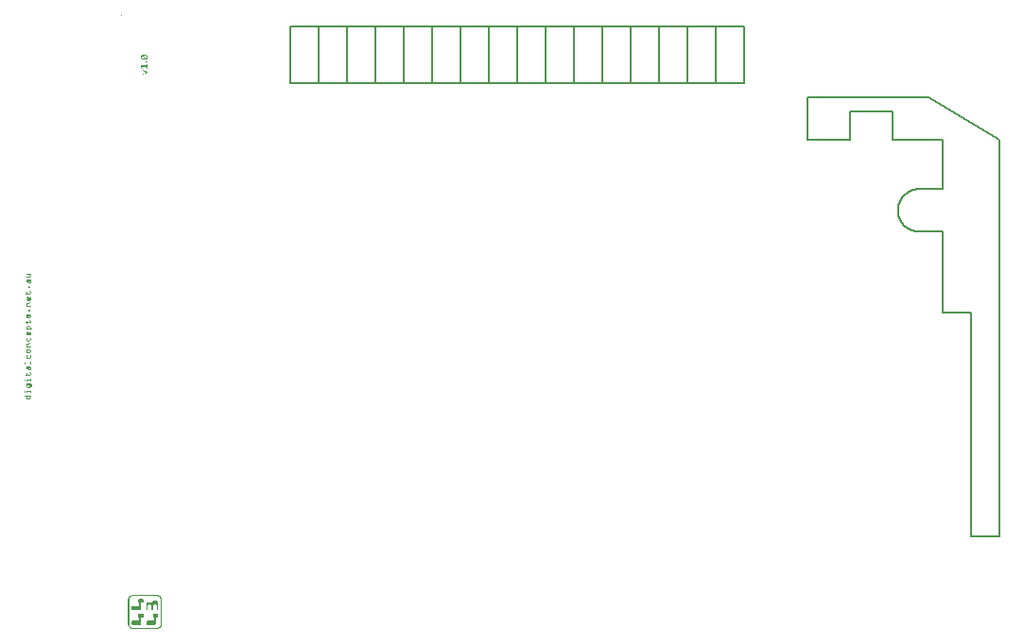
<source format=gbr>
G04 EAGLE Gerber RS-274X export*
G75*
%MOMM*%
%FSLAX34Y34*%
%LPD*%
%INSilkscreen Top*%
%IPPOS*%
%AMOC8*
5,1,8,0,0,1.08239X$1,22.5*%
G01*
%ADD10C,0.000000*%
%ADD11C,0.152400*%

G36*
X173445Y132842D02*
X173445Y132842D01*
X173447Y132840D01*
X173974Y132890D01*
X173978Y132894D01*
X173981Y132892D01*
X174495Y133016D01*
X174499Y133020D01*
X174502Y133018D01*
X174994Y133213D01*
X174997Y133218D01*
X175000Y133216D01*
X175459Y133480D01*
X175461Y133484D01*
X175465Y133483D01*
X175883Y133808D01*
X175884Y133813D01*
X175888Y133813D01*
X176257Y134192D01*
X176257Y134197D01*
X176261Y134198D01*
X176574Y134625D01*
X176573Y134630D01*
X176577Y134630D01*
X176827Y135097D01*
X176826Y135102D01*
X176830Y135103D01*
X177012Y135600D01*
X177010Y135605D01*
X177014Y135607D01*
X177124Y136125D01*
X177123Y136126D01*
X177122Y136128D01*
X177122Y136129D01*
X177125Y136131D01*
X177162Y136659D01*
X177160Y136662D01*
X177162Y136663D01*
X177162Y159010D01*
X177161Y159011D01*
X177162Y159012D01*
X177136Y159541D01*
X177133Y159545D01*
X177135Y159548D01*
X177037Y160068D01*
X177033Y160071D01*
X177035Y160075D01*
X176863Y160575D01*
X176859Y160578D01*
X176861Y160582D01*
X176620Y161053D01*
X176616Y161055D01*
X176617Y161059D01*
X176320Y161482D01*
X176308Y161486D01*
X176310Y161492D01*
X176298Y161495D01*
X176300Y161507D01*
X175947Y161884D01*
X175942Y161885D01*
X175942Y161889D01*
X175531Y162222D01*
X175525Y162222D01*
X175525Y162226D01*
X175071Y162498D01*
X175066Y162497D01*
X175065Y162501D01*
X174577Y162707D01*
X174572Y162706D01*
X174571Y162709D01*
X174071Y162841D01*
X174049Y162832D01*
X174041Y162847D01*
X173555Y162911D01*
X173551Y162909D01*
X173549Y162912D01*
X150772Y162909D01*
X150769Y162907D01*
X150767Y162909D01*
X150240Y162854D01*
X150236Y162850D01*
X150233Y162852D01*
X149720Y162724D01*
X149717Y162719D01*
X149713Y162721D01*
X149223Y162522D01*
X149221Y162517D01*
X149217Y162519D01*
X148760Y162252D01*
X148758Y162247D01*
X148754Y162248D01*
X148339Y161921D01*
X148337Y161915D01*
X148334Y161916D01*
X147968Y161533D01*
X147967Y161528D01*
X147963Y161528D01*
X147655Y161098D01*
X147655Y161093D01*
X147651Y161092D01*
X147406Y160623D01*
X147407Y160618D01*
X147403Y160617D01*
X147227Y160118D01*
X147229Y160113D01*
X147225Y160111D01*
X147121Y159592D01*
X147123Y159587D01*
X147120Y159585D01*
X147089Y159057D01*
X147090Y159055D01*
X147089Y159054D01*
X147089Y136807D01*
X147090Y136805D01*
X147089Y136805D01*
X147108Y136276D01*
X147112Y136272D01*
X147109Y136269D01*
X147200Y135748D01*
X147204Y135744D01*
X147201Y135741D01*
X147364Y135237D01*
X147368Y135234D01*
X147367Y135231D01*
X147599Y134755D01*
X147603Y134753D01*
X147602Y134749D01*
X147898Y134311D01*
X147903Y134309D01*
X147902Y134305D01*
X148257Y133912D01*
X148262Y133911D01*
X148262Y133907D01*
X148667Y133567D01*
X148673Y133567D01*
X148673Y133563D01*
X149122Y133283D01*
X149127Y133284D01*
X149128Y133280D01*
X149612Y133065D01*
X149617Y133067D01*
X149618Y133063D01*
X150128Y132919D01*
X150132Y132921D01*
X150134Y132918D01*
X150659Y132847D01*
X150663Y132850D01*
X150665Y132847D01*
X173442Y132840D01*
X173445Y132842D01*
G37*
%LPC*%
G36*
X150777Y133875D02*
X150777Y133875D01*
X150261Y133948D01*
X149769Y134116D01*
X149318Y134373D01*
X148921Y134709D01*
X148593Y135112D01*
X148345Y135568D01*
X148187Y136063D01*
X148123Y136580D01*
X148122Y158824D01*
X148133Y159349D01*
X148227Y159861D01*
X148416Y160345D01*
X148692Y160785D01*
X149044Y161167D01*
X149461Y161477D01*
X149929Y161703D01*
X150431Y161838D01*
X150952Y161879D01*
X173196Y161879D01*
X173719Y161854D01*
X174226Y161737D01*
X174701Y161528D01*
X175129Y161233D01*
X175490Y160871D01*
X175496Y160870D01*
X175495Y160868D01*
X175503Y160866D01*
X175500Y160859D01*
X175788Y160435D01*
X175995Y159959D01*
X176110Y159452D01*
X176132Y158928D01*
X176132Y136684D01*
X176087Y136164D01*
X175947Y135664D01*
X175716Y135198D01*
X175403Y134783D01*
X175019Y134433D01*
X174577Y134159D01*
X174092Y133973D01*
X173580Y133881D01*
X151338Y133872D01*
X150777Y133875D01*
G37*
%LPD*%
G36*
X171219Y136191D02*
X171219Y136191D01*
X171232Y136189D01*
X171637Y136563D01*
X171641Y136586D01*
X171652Y136593D01*
X171719Y137170D01*
X171717Y137174D01*
X171719Y137176D01*
X171719Y141843D01*
X171752Y142407D01*
X172055Y142823D01*
X172611Y142859D01*
X173193Y142861D01*
X173205Y142870D01*
X173214Y142866D01*
X173718Y143106D01*
X173731Y143132D01*
X173744Y143137D01*
X173905Y143688D01*
X173902Y143696D01*
X173905Y143698D01*
X173903Y143700D01*
X173907Y143702D01*
X173902Y145452D01*
X173899Y145456D01*
X173902Y145458D01*
X173831Y146035D01*
X173815Y146051D01*
X173816Y146064D01*
X173409Y146458D01*
X173384Y146461D01*
X173380Y146466D01*
X173376Y146472D01*
X172793Y146482D01*
X172792Y146482D01*
X169875Y146472D01*
X169866Y146465D01*
X169858Y146459D01*
X169847Y146462D01*
X169392Y146132D01*
X169386Y146110D01*
X169374Y146105D01*
X169216Y145548D01*
X169216Y145547D01*
X169217Y145545D01*
X169219Y145539D01*
X169214Y145535D01*
X169208Y144369D01*
X169209Y144367D01*
X169208Y144367D01*
X169226Y143784D01*
X169233Y143776D01*
X169229Y143770D01*
X169407Y143220D01*
X169426Y143207D01*
X169427Y143194D01*
X169898Y142889D01*
X170293Y142543D01*
X170326Y141984D01*
X170326Y140820D01*
X170296Y140259D01*
X169934Y139898D01*
X169372Y139882D01*
X164122Y139870D01*
X164103Y139855D01*
X164090Y139858D01*
X163672Y139507D01*
X163668Y139493D01*
X163664Y139489D01*
X163667Y139485D01*
X163666Y139483D01*
X163655Y139477D01*
X163567Y138906D01*
X163569Y138901D01*
X163566Y138898D01*
X163570Y137148D01*
X163575Y137141D01*
X163571Y137136D01*
X163712Y136575D01*
X163730Y136561D01*
X163729Y136548D01*
X164169Y136209D01*
X164191Y136209D01*
X164199Y136199D01*
X171199Y136176D01*
X171219Y136191D01*
G37*
G36*
X158103Y149281D02*
X158103Y149281D01*
X158117Y149279D01*
X158515Y149661D01*
X158519Y149685D01*
X158530Y149692D01*
X158584Y150271D01*
X158583Y150274D01*
X158585Y150275D01*
X158585Y154939D01*
X158623Y155502D01*
X158933Y155914D01*
X159488Y155953D01*
X160070Y155955D01*
X160080Y155963D01*
X160083Y155963D01*
X160090Y155959D01*
X160596Y156192D01*
X160611Y156219D01*
X160623Y156224D01*
X160776Y156778D01*
X160773Y156785D01*
X160776Y156787D01*
X160774Y156789D01*
X160777Y156791D01*
X160773Y158541D01*
X160770Y158544D01*
X160773Y158547D01*
X160699Y159122D01*
X160682Y159139D01*
X160683Y159152D01*
X160267Y159530D01*
X160243Y159532D01*
X160235Y159542D01*
X159653Y159556D01*
X159652Y159555D01*
X159651Y159556D01*
X156736Y159543D01*
X156719Y159530D01*
X156707Y159533D01*
X156256Y159196D01*
X156252Y159180D01*
X156248Y159177D01*
X156250Y159175D01*
X156238Y159170D01*
X156089Y158610D01*
X156093Y158602D01*
X156087Y158598D01*
X156082Y157432D01*
X156083Y157431D01*
X156082Y157430D01*
X156102Y156848D01*
X156109Y156840D01*
X156105Y156834D01*
X156285Y156286D01*
X156304Y156272D01*
X156306Y156259D01*
X156785Y155965D01*
X157172Y155614D01*
X157203Y155054D01*
X157203Y153891D01*
X157173Y153331D01*
X156804Y152977D01*
X156242Y152961D01*
X150994Y152953D01*
X150974Y152938D01*
X150961Y152941D01*
X150547Y152584D01*
X150541Y152561D01*
X150530Y152554D01*
X150446Y151983D01*
X150448Y151978D01*
X150445Y151976D01*
X150449Y150226D01*
X150455Y150219D01*
X150451Y150214D01*
X150592Y149655D01*
X150610Y149640D01*
X150610Y149627D01*
X151057Y149300D01*
X151079Y149300D01*
X151086Y149290D01*
X157501Y149280D01*
X158081Y149265D01*
X158103Y149281D01*
G37*
G36*
X158103Y136207D02*
X158103Y136207D01*
X158116Y136205D01*
X158515Y136583D01*
X158519Y136608D01*
X158531Y136615D01*
X158584Y137193D01*
X158583Y137196D01*
X158585Y137198D01*
X158585Y141861D01*
X158624Y142424D01*
X158935Y142836D01*
X159491Y142871D01*
X160072Y142872D01*
X160085Y142882D01*
X160094Y142877D01*
X160596Y143118D01*
X160609Y143144D01*
X160622Y143149D01*
X160778Y143702D01*
X160775Y143711D01*
X160778Y143713D01*
X160777Y143714D01*
X160780Y143716D01*
X160776Y145465D01*
X160773Y145468D01*
X160776Y145471D01*
X160705Y146046D01*
X160688Y146064D01*
X160689Y146077D01*
X160271Y146451D01*
X160247Y146453D01*
X160239Y146464D01*
X159656Y146474D01*
X159656Y146473D01*
X159655Y146474D01*
X156741Y146461D01*
X156724Y146448D01*
X156712Y146452D01*
X156259Y146118D01*
X156252Y146095D01*
X156241Y146091D01*
X156092Y145531D01*
X156096Y145523D01*
X156090Y145519D01*
X156085Y144353D01*
X156086Y144352D01*
X156085Y144351D01*
X156103Y143769D01*
X156109Y143761D01*
X156105Y143755D01*
X156284Y143206D01*
X156303Y143193D01*
X156304Y143180D01*
X156780Y142880D01*
X157173Y142530D01*
X157203Y141971D01*
X157203Y140807D01*
X157174Y140247D01*
X156807Y139892D01*
X156245Y139876D01*
X150998Y139867D01*
X150979Y139852D01*
X150966Y139855D01*
X150549Y139504D01*
X150544Y139480D01*
X150532Y139474D01*
X150446Y138903D01*
X150448Y138898D01*
X150445Y138896D01*
X150449Y137147D01*
X150455Y137140D01*
X150451Y137135D01*
X150592Y136575D01*
X150610Y136560D01*
X150610Y136547D01*
X151058Y136220D01*
X151080Y136220D01*
X151087Y136210D01*
X158082Y136192D01*
X158103Y136207D01*
G37*
G36*
X168883Y149236D02*
X168883Y149236D01*
X168890Y149235D01*
X169251Y149675D01*
X169252Y149689D01*
X169261Y149696D01*
X169261Y149697D01*
X169374Y150267D01*
X169371Y150274D01*
X169375Y150277D01*
X169376Y153198D01*
X169411Y153766D01*
X169697Y154204D01*
X170254Y154222D01*
X171423Y154222D01*
X171993Y154218D01*
X172428Y153940D01*
X172562Y153402D01*
X172570Y150485D01*
X172571Y150484D01*
X172570Y150483D01*
X172601Y149900D01*
X172610Y149890D01*
X172606Y149882D01*
X172855Y149361D01*
X172885Y149345D01*
X172892Y149334D01*
X173420Y149245D01*
X173461Y149267D01*
X173469Y149267D01*
X173775Y149753D01*
X173773Y149770D01*
X173782Y149775D01*
X173832Y150355D01*
X173830Y150358D01*
X173832Y150360D01*
X173825Y156790D01*
X173821Y156795D01*
X173824Y156798D01*
X173728Y157373D01*
X173714Y157387D01*
X173716Y157398D01*
X173339Y157822D01*
X173313Y157828D01*
X173306Y157839D01*
X172725Y157877D01*
X172722Y157875D01*
X172721Y157877D01*
X169214Y157865D01*
X169194Y157850D01*
X169182Y157852D01*
X168767Y157481D01*
X168763Y157464D01*
X168758Y157460D01*
X168752Y157458D01*
X168589Y156899D01*
X168403Y156372D01*
X167922Y156189D01*
X164423Y156188D01*
X164416Y156183D01*
X164411Y156187D01*
X163856Y156053D01*
X163837Y156029D01*
X163824Y156027D01*
X163566Y155516D01*
X163569Y155502D01*
X163561Y155496D01*
X163540Y154912D01*
X163541Y154911D01*
X163540Y154910D01*
X163545Y150234D01*
X163550Y150226D01*
X163546Y150221D01*
X163695Y149660D01*
X163714Y149646D01*
X163714Y149633D01*
X164161Y149307D01*
X164218Y149308D01*
X164220Y149307D01*
X164660Y149638D01*
X164666Y149658D01*
X164678Y149662D01*
X164860Y150211D01*
X164856Y150222D01*
X164862Y150227D01*
X164871Y153148D01*
X164895Y153720D01*
X165140Y154188D01*
X165689Y154227D01*
X167430Y154227D01*
X167896Y154009D01*
X168023Y153474D01*
X168035Y150557D01*
X168036Y150555D01*
X168035Y150554D01*
X168069Y149972D01*
X168077Y149963D01*
X168073Y149955D01*
X168298Y149422D01*
X168323Y149407D01*
X168327Y149394D01*
X168836Y149220D01*
X168883Y149236D01*
G37*
G36*
X161993Y642798D02*
X161993Y642798D01*
X161995Y642797D01*
X162525Y642833D01*
X162528Y642835D01*
X162530Y642833D01*
X163054Y642921D01*
X163057Y642924D01*
X163060Y642922D01*
X163568Y643077D01*
X163572Y643082D01*
X163576Y643080D01*
X164050Y643318D01*
X164054Y643326D01*
X164060Y643324D01*
X164462Y643669D01*
X164464Y643679D01*
X164472Y643680D01*
X164757Y644125D01*
X164757Y644136D01*
X164763Y644138D01*
X164912Y644647D01*
X164910Y644653D01*
X164913Y644655D01*
X164911Y644657D01*
X164914Y644658D01*
X164937Y645175D01*
X164937Y645176D01*
X164927Y645190D01*
X164932Y645196D01*
X164933Y645197D01*
X164932Y645197D01*
X164936Y645200D01*
X164929Y645205D01*
X164935Y645211D01*
X164848Y645722D01*
X164841Y645728D01*
X164844Y645734D01*
X164617Y646213D01*
X164608Y646218D01*
X164610Y646225D01*
X164261Y646624D01*
X164252Y646625D01*
X164252Y646632D01*
X163813Y646930D01*
X163806Y646930D01*
X163805Y646935D01*
X163318Y647147D01*
X163312Y647145D01*
X163311Y647149D01*
X162796Y647280D01*
X162793Y647279D01*
X162792Y647279D01*
X162791Y647281D01*
X162264Y647352D01*
X162261Y647351D01*
X162260Y647353D01*
X161729Y647376D01*
X161726Y647374D01*
X161725Y647376D01*
X161200Y647359D01*
X161197Y647357D01*
X161196Y647359D01*
X160668Y647299D01*
X160665Y647296D01*
X160662Y647298D01*
X160145Y647178D01*
X160141Y647174D01*
X160138Y647176D01*
X159644Y646981D01*
X159640Y646975D01*
X159636Y646977D01*
X159190Y646689D01*
X159186Y646680D01*
X159180Y646681D01*
X158825Y646288D01*
X158824Y646277D01*
X158817Y646275D01*
X158600Y645792D01*
X158602Y645783D01*
X158596Y645779D01*
X158514Y645256D01*
X158518Y645249D01*
X158514Y645245D01*
X158545Y644728D01*
X158554Y644717D01*
X158550Y644713D01*
X158560Y644703D01*
X158552Y644692D01*
X158704Y644197D01*
X158712Y644191D01*
X158710Y644185D01*
X159000Y643742D01*
X159009Y643739D01*
X159009Y643732D01*
X159406Y643381D01*
X159414Y643380D01*
X159415Y643374D01*
X159882Y643122D01*
X159888Y643123D01*
X159890Y643118D01*
X160394Y642952D01*
X160399Y642954D01*
X160400Y642950D01*
X160922Y642850D01*
X160925Y642851D01*
X160926Y642849D01*
X161456Y642800D01*
X161458Y642801D01*
X161460Y642799D01*
X161991Y642797D01*
X161993Y642798D01*
G37*
G36*
X61209Y400815D02*
X61209Y400815D01*
X61236Y400836D01*
X61250Y400836D01*
X61524Y401231D01*
X61521Y401290D01*
X61513Y401290D01*
X61513Y401298D01*
X61127Y401594D01*
X61105Y401594D01*
X61098Y401604D01*
X60038Y401608D01*
X59797Y401678D01*
X60083Y402033D01*
X60083Y402049D01*
X60093Y402053D01*
X60207Y402568D01*
X60201Y402581D01*
X60208Y402587D01*
X60117Y403108D01*
X60105Y403119D01*
X60108Y403128D01*
X59801Y403561D01*
X59797Y403562D01*
X59798Y403564D01*
X59446Y403965D01*
X59438Y403967D01*
X59438Y403972D01*
X59017Y404287D01*
X58999Y404287D01*
X58994Y404297D01*
X58470Y404368D01*
X58466Y404366D01*
X58463Y404369D01*
X57396Y404365D01*
X57386Y404357D01*
X57379Y404362D01*
X56886Y404172D01*
X56878Y404160D01*
X56869Y404161D01*
X56496Y403781D01*
X56496Y403779D01*
X56494Y403779D01*
X56146Y403375D01*
X56145Y403365D01*
X56139Y403364D01*
X55910Y402890D01*
X55910Y402887D01*
X55909Y402886D01*
X55911Y402883D01*
X55913Y402874D01*
X55905Y402868D01*
X55909Y402350D01*
X55920Y402336D01*
X55915Y402331D01*
X55927Y402320D01*
X55919Y402305D01*
X56141Y401841D01*
X56144Y401840D01*
X56143Y401838D01*
X56290Y401577D01*
X55918Y401337D01*
X55912Y401320D01*
X55899Y401310D01*
X55905Y401302D01*
X55904Y401298D01*
X55896Y401290D01*
X55920Y401074D01*
X55944Y401048D01*
X55947Y401035D01*
X56386Y400810D01*
X56402Y400812D01*
X56409Y400804D01*
X61209Y400815D01*
G37*
G36*
X58658Y338386D02*
X58658Y338386D01*
X58663Y338390D01*
X58666Y338387D01*
X59180Y338473D01*
X59192Y338486D01*
X59202Y338483D01*
X59612Y338804D01*
X59614Y338813D01*
X59621Y338813D01*
X59934Y339233D01*
X59934Y339248D01*
X59943Y339252D01*
X60047Y339764D01*
X60044Y339771D01*
X60048Y339774D01*
X60044Y340300D01*
X60037Y340309D01*
X60042Y340315D01*
X59886Y340812D01*
X59877Y340818D01*
X59879Y340825D01*
X59643Y341163D01*
X60009Y341392D01*
X60020Y341419D01*
X60028Y341425D01*
X60024Y341430D01*
X60030Y341447D01*
X60024Y341450D01*
X60027Y341456D01*
X59811Y341884D01*
X59775Y341901D01*
X59768Y341911D01*
X59244Y341928D01*
X59243Y341927D01*
X59243Y341928D01*
X55032Y341927D01*
X55017Y341915D01*
X55006Y341919D01*
X54603Y341662D01*
X54587Y341619D01*
X54580Y341613D01*
X54620Y341368D01*
X54647Y341343D01*
X54650Y341330D01*
X55106Y341144D01*
X55115Y341146D01*
X55118Y341143D01*
X55122Y341143D01*
X55125Y341140D01*
X56169Y341136D01*
X56397Y341053D01*
X56135Y340677D01*
X56136Y340669D01*
X56129Y340664D01*
X56133Y340660D01*
X56127Y340657D01*
X56050Y340152D01*
X56058Y340138D01*
X56048Y340129D01*
X56053Y340125D01*
X56049Y340122D01*
X56050Y340121D01*
X56048Y340120D01*
X56053Y339606D01*
X56061Y339596D01*
X56056Y339589D01*
X56238Y339102D01*
X56249Y339095D01*
X56247Y339087D01*
X56590Y338688D01*
X56602Y338685D01*
X56603Y338677D01*
X57058Y338424D01*
X57073Y338427D01*
X57079Y338418D01*
X57602Y338385D01*
X57604Y338387D01*
X57605Y338385D01*
X58658Y338386D01*
G37*
G36*
X159536Y634890D02*
X159536Y634890D01*
X159542Y634887D01*
X160025Y635096D01*
X160042Y635126D01*
X160054Y635131D01*
X160128Y635483D01*
X160117Y635504D01*
X160123Y635516D01*
X159662Y636370D01*
X163851Y636370D01*
X163872Y636274D01*
X163872Y635226D01*
X163908Y635179D01*
X163909Y635180D01*
X163910Y635178D01*
X164337Y635078D01*
X164340Y635080D01*
X164353Y635080D01*
X164362Y635087D01*
X164371Y635083D01*
X164713Y635268D01*
X164729Y635304D01*
X164739Y635311D01*
X164739Y638997D01*
X164703Y639044D01*
X164695Y639039D01*
X164690Y639046D01*
X164166Y639049D01*
X164143Y639032D01*
X164129Y639033D01*
X163879Y638757D01*
X163878Y638745D01*
X163868Y638738D01*
X163874Y638730D01*
X163866Y638724D01*
X163866Y637715D01*
X163434Y637673D01*
X158697Y637673D01*
X158669Y637651D01*
X158656Y637651D01*
X158446Y637334D01*
X158447Y637314D01*
X158441Y637309D01*
X158443Y637306D01*
X158438Y637302D01*
X158492Y636788D01*
X158501Y636779D01*
X158498Y636770D01*
X159479Y634909D01*
X159533Y634884D01*
X159536Y634890D01*
G37*
G36*
X58150Y348791D02*
X58150Y348791D01*
X58151Y348792D01*
X58152Y348791D01*
X58681Y348818D01*
X58693Y348827D01*
X58701Y348823D01*
X59167Y349067D01*
X59172Y349079D01*
X59181Y349079D01*
X59524Y349483D01*
X59525Y349495D01*
X59533Y349497D01*
X59730Y349984D01*
X59726Y349996D01*
X59733Y350001D01*
X59746Y350531D01*
X59742Y350537D01*
X59745Y350540D01*
X59660Y351060D01*
X59649Y351071D01*
X59652Y351080D01*
X59386Y351459D01*
X59612Y351539D01*
X60122Y351540D01*
X60534Y351311D01*
X60710Y350864D01*
X60714Y349812D01*
X60717Y349807D01*
X60714Y349804D01*
X60795Y349293D01*
X60838Y349252D01*
X60838Y349253D01*
X60839Y349252D01*
X61316Y349206D01*
X61366Y349237D01*
X61365Y349240D01*
X61368Y349242D01*
X61504Y349729D01*
X61501Y349738D01*
X61506Y349743D01*
X61507Y350804D01*
X61504Y350807D01*
X61507Y350810D01*
X61450Y351334D01*
X61439Y351345D01*
X61443Y351355D01*
X61163Y351801D01*
X61155Y351804D01*
X61156Y351810D01*
X60775Y352177D01*
X60758Y352179D01*
X60755Y352188D01*
X60251Y352334D01*
X60243Y352331D01*
X60240Y352335D01*
X60238Y352335D01*
X60237Y352336D01*
X56521Y352337D01*
X56520Y352335D01*
X56519Y352335D01*
X56507Y352326D01*
X56497Y352331D01*
X56070Y352091D01*
X56055Y352057D01*
X56050Y352053D01*
X56052Y352051D01*
X56046Y352036D01*
X56053Y352033D01*
X56049Y352026D01*
X56259Y351599D01*
X56317Y351374D01*
X56076Y350929D01*
X56077Y350924D01*
X56073Y350920D01*
X56078Y350914D01*
X56071Y350909D01*
X56035Y350381D01*
X56063Y350339D01*
X56064Y350333D01*
X56766Y350024D01*
X56770Y350025D01*
X56773Y350022D01*
X56780Y350027D01*
X56785Y350021D01*
X56786Y350021D01*
X56802Y350033D01*
X56824Y350038D01*
X56821Y350048D01*
X56833Y350057D01*
X56827Y350064D01*
X56835Y350070D01*
X56828Y350589D01*
X57052Y351027D01*
X57384Y351414D01*
X57847Y351539D01*
X58332Y351473D01*
X58671Y351093D01*
X58949Y350673D01*
X58951Y350170D01*
X58718Y349750D01*
X58273Y349586D01*
X57242Y349599D01*
X56889Y349960D01*
X56866Y349963D01*
X56859Y349974D01*
X56094Y350058D01*
X56088Y350055D01*
X56083Y350058D01*
X56077Y350048D01*
X56043Y350027D01*
X56054Y350009D01*
X56042Y349990D01*
X56238Y349502D01*
X56248Y349496D01*
X56246Y349488D01*
X56592Y349086D01*
X56604Y349083D01*
X56606Y349075D01*
X57068Y348826D01*
X57083Y348828D01*
X57088Y348820D01*
X57616Y348789D01*
X57618Y348791D01*
X57619Y348789D01*
X58150Y348791D01*
G37*
G36*
X59163Y364419D02*
X59163Y364419D01*
X59174Y364429D01*
X59183Y364424D01*
X59651Y364665D01*
X59658Y364680D01*
X59669Y364681D01*
X59959Y365106D01*
X59958Y365125D01*
X59967Y365127D01*
X59962Y365143D01*
X59976Y365151D01*
X60036Y365662D01*
X60035Y365665D01*
X60034Y365666D01*
X60037Y365668D01*
X60036Y366201D01*
X60033Y366204D01*
X60036Y366206D01*
X59976Y366726D01*
X59966Y366737D01*
X59970Y366745D01*
X59725Y367176D01*
X60032Y367497D01*
X60038Y367556D01*
X60032Y367557D01*
X60033Y367563D01*
X59717Y367922D01*
X59687Y367929D01*
X59679Y367939D01*
X57018Y367843D01*
X57009Y367836D01*
X57002Y367840D01*
X56510Y367652D01*
X56500Y367637D01*
X56489Y367638D01*
X56149Y367236D01*
X56148Y367225D01*
X56140Y367219D01*
X56142Y367216D01*
X56138Y367214D01*
X56036Y366697D01*
X56040Y366691D01*
X56036Y366688D01*
X56035Y366155D01*
X56034Y365704D01*
X56039Y365697D01*
X56035Y365692D01*
X56159Y365203D01*
X56206Y365166D01*
X56209Y365171D01*
X56213Y365167D01*
X56691Y365230D01*
X56732Y365270D01*
X56733Y365271D01*
X56813Y365783D01*
X56810Y365788D01*
X56813Y365790D01*
X56824Y366827D01*
X57195Y367062D01*
X57502Y366962D01*
X57484Y366469D01*
X57485Y366468D01*
X57484Y366467D01*
X57484Y365402D01*
X57492Y365392D01*
X57488Y365385D01*
X57674Y364891D01*
X57689Y364882D01*
X57688Y364872D01*
X58083Y364522D01*
X58101Y364521D01*
X58105Y364511D01*
X58619Y364399D01*
X58628Y364403D01*
X58632Y364398D01*
X59163Y364419D01*
G37*
G36*
X59156Y442471D02*
X59156Y442471D01*
X59167Y442481D01*
X59176Y442476D01*
X59648Y442712D01*
X59656Y442727D01*
X59667Y442728D01*
X59959Y443152D01*
X59958Y443171D01*
X59966Y443173D01*
X59962Y443189D01*
X59976Y443197D01*
X60036Y443710D01*
X60034Y443713D01*
X60037Y443715D01*
X60036Y444249D01*
X60033Y444252D01*
X60035Y444254D01*
X59976Y444776D01*
X59966Y444786D01*
X59969Y444795D01*
X59723Y445225D01*
X60030Y445537D01*
X60038Y445596D01*
X60031Y445597D01*
X60033Y445603D01*
X59727Y445973D01*
X59695Y445981D01*
X59687Y445991D01*
X58088Y445938D01*
X58087Y445937D01*
X58087Y445938D01*
X57022Y445883D01*
X57013Y445876D01*
X57007Y445880D01*
X56512Y445699D01*
X56502Y445684D01*
X56491Y445685D01*
X56149Y445284D01*
X56148Y445274D01*
X56144Y445271D01*
X56148Y445266D01*
X56138Y445261D01*
X56036Y444744D01*
X56040Y444738D01*
X56036Y444735D01*
X56035Y444201D01*
X56034Y443755D01*
X56039Y443748D01*
X56035Y443743D01*
X56157Y443252D01*
X56203Y443214D01*
X56207Y443219D01*
X56210Y443215D01*
X56687Y443270D01*
X56730Y443311D01*
X56813Y443825D01*
X56810Y443830D01*
X56813Y443833D01*
X56821Y444873D01*
X57190Y445115D01*
X57506Y445024D01*
X57490Y443463D01*
X57498Y443453D01*
X57493Y443446D01*
X57667Y442948D01*
X57682Y442938D01*
X57681Y442927D01*
X58074Y442575D01*
X58091Y442574D01*
X58096Y442564D01*
X58611Y442452D01*
X58620Y442456D01*
X58624Y442451D01*
X59156Y442471D01*
G37*
G36*
X58837Y395604D02*
X58837Y395604D01*
X58843Y395599D01*
X59342Y395771D01*
X59351Y395784D01*
X59362Y395783D01*
X59732Y396164D01*
X59733Y396173D01*
X59739Y396174D01*
X59997Y396634D01*
X59995Y396649D01*
X60003Y396654D01*
X60047Y397183D01*
X60045Y397185D01*
X60047Y397187D01*
X60043Y398786D01*
X60025Y398811D01*
X60025Y398824D01*
X59655Y399132D01*
X59632Y399133D01*
X59625Y399143D01*
X59622Y399143D01*
X59612Y399134D01*
X59596Y399135D01*
X59595Y399126D01*
X59587Y399127D01*
X59269Y398766D01*
X59268Y398742D01*
X59257Y398734D01*
X59252Y397141D01*
X59109Y396678D01*
X58746Y396426D01*
X58584Y396702D01*
X58578Y398821D01*
X58558Y398848D01*
X58558Y398861D01*
X58170Y399143D01*
X58149Y399143D01*
X58141Y399153D01*
X57608Y399157D01*
X57606Y399155D01*
X57605Y399157D01*
X57075Y399122D01*
X57063Y399112D01*
X57054Y399116D01*
X56594Y398859D01*
X56589Y398848D01*
X56580Y398848D01*
X56234Y398443D01*
X56234Y398430D01*
X56226Y398427D01*
X56045Y397931D01*
X56047Y397927D01*
X56044Y397925D01*
X56048Y397919D01*
X56042Y397915D01*
X56035Y397382D01*
X56041Y397374D01*
X56038Y397364D01*
X56051Y397360D01*
X56070Y397334D01*
X56090Y397348D01*
X56113Y397341D01*
X56809Y397842D01*
X56812Y397852D01*
X56819Y397852D01*
X57129Y398261D01*
X57580Y398369D01*
X57813Y398137D01*
X57813Y396587D01*
X57514Y396422D01*
X57078Y396575D01*
X56831Y396992D01*
X56829Y397512D01*
X56827Y397515D01*
X56829Y397518D01*
X56821Y397523D01*
X56793Y397559D01*
X56778Y397548D01*
X56761Y397557D01*
X56066Y397263D01*
X56052Y397239D01*
X56047Y397235D01*
X56048Y397233D01*
X56040Y397218D01*
X56036Y397214D01*
X56074Y396684D01*
X56083Y396673D01*
X56079Y396665D01*
X56324Y396198D01*
X56333Y396194D01*
X56332Y396187D01*
X56701Y395804D01*
X56716Y395802D01*
X56719Y395792D01*
X57210Y395600D01*
X57223Y395604D01*
X57228Y395597D01*
X58827Y395597D01*
X58837Y395604D01*
G37*
G36*
X58837Y426823D02*
X58837Y426823D01*
X58843Y426819D01*
X59343Y426983D01*
X59352Y426997D01*
X59363Y426995D01*
X59734Y427371D01*
X59735Y427380D01*
X59742Y427381D01*
X59998Y427840D01*
X59996Y427855D01*
X60004Y427860D01*
X60047Y428388D01*
X60045Y428391D01*
X60047Y428392D01*
X60043Y429988D01*
X60025Y430013D01*
X60025Y430026D01*
X59655Y430332D01*
X59595Y430335D01*
X59595Y430326D01*
X59587Y430327D01*
X59270Y429971D01*
X59268Y429946D01*
X59257Y429939D01*
X59252Y428350D01*
X59106Y427889D01*
X58745Y427641D01*
X58584Y427919D01*
X58577Y430034D01*
X58556Y430061D01*
X58556Y430074D01*
X58162Y430349D01*
X58141Y430348D01*
X58134Y430358D01*
X57602Y430359D01*
X57600Y430358D01*
X57599Y430359D01*
X57070Y430331D01*
X57057Y430321D01*
X57048Y430325D01*
X56591Y430065D01*
X56586Y430053D01*
X56577Y430054D01*
X56233Y429649D01*
X56232Y429640D01*
X56228Y429637D01*
X56229Y429636D01*
X56224Y429634D01*
X56045Y429138D01*
X56048Y429127D01*
X56042Y429122D01*
X56035Y428590D01*
X56041Y428582D01*
X56038Y428573D01*
X56051Y428569D01*
X56070Y428542D01*
X56090Y428557D01*
X56113Y428550D01*
X56808Y429044D01*
X56812Y429055D01*
X56819Y429055D01*
X57130Y429462D01*
X57580Y429574D01*
X57813Y429343D01*
X57813Y427796D01*
X57516Y427631D01*
X57079Y427778D01*
X56831Y428195D01*
X56829Y428713D01*
X56827Y428716D01*
X56829Y428719D01*
X56822Y428723D01*
X56793Y428761D01*
X56778Y428749D01*
X56761Y428759D01*
X56066Y428474D01*
X56039Y428428D01*
X56036Y428425D01*
X56076Y427896D01*
X56086Y427886D01*
X56082Y427877D01*
X56329Y427413D01*
X56338Y427409D01*
X56337Y427402D01*
X56704Y427019D01*
X56719Y427017D01*
X56722Y427007D01*
X57214Y426821D01*
X57226Y426824D01*
X57232Y426817D01*
X58828Y426816D01*
X58837Y426823D01*
G37*
G36*
X159953Y629252D02*
X159953Y629252D01*
X159969Y629242D01*
X164422Y630982D01*
X164431Y630996D01*
X164442Y630996D01*
X164727Y631332D01*
X164727Y631341D01*
X164730Y631343D01*
X164728Y631347D01*
X164728Y631356D01*
X164739Y631364D01*
X164739Y631895D01*
X164722Y631917D01*
X164724Y631930D01*
X164403Y632243D01*
X164390Y632245D01*
X164387Y632254D01*
X160432Y633808D01*
X160430Y633808D01*
X160429Y633809D01*
X159966Y633958D01*
X159965Y633957D01*
X159965Y633958D01*
X159962Y633956D01*
X159910Y633938D01*
X159916Y633921D01*
X159902Y633911D01*
X159902Y633380D01*
X159911Y633368D01*
X159906Y633359D01*
X160091Y632956D01*
X160115Y632943D01*
X160118Y632930D01*
X163106Y631822D01*
X163108Y631822D01*
X163108Y631821D01*
X163563Y631672D01*
X163526Y631577D01*
X163044Y631417D01*
X163043Y631416D01*
X163042Y631417D01*
X160052Y630315D01*
X160033Y630286D01*
X160021Y630281D01*
X159904Y629832D01*
X159907Y629823D01*
X159902Y629819D01*
X159902Y629288D01*
X159904Y629286D01*
X159902Y629283D01*
X159909Y629279D01*
X159938Y629240D01*
X159953Y629252D01*
G37*
G36*
X58462Y379993D02*
X58462Y379993D01*
X58463Y379992D01*
X58985Y380009D01*
X58997Y380018D01*
X59005Y380014D01*
X59475Y380236D01*
X59481Y380248D01*
X59490Y380247D01*
X59837Y380638D01*
X59838Y380650D01*
X59846Y380651D01*
X60052Y381128D01*
X60048Y381142D01*
X60056Y381147D01*
X60072Y382193D01*
X60066Y382201D01*
X60070Y382206D01*
X59946Y382709D01*
X59934Y382719D01*
X59936Y382728D01*
X59608Y383135D01*
X59599Y383137D01*
X59599Y383143D01*
X59183Y383452D01*
X59165Y383452D01*
X59160Y383461D01*
X58646Y383535D01*
X58641Y383532D01*
X58639Y383535D01*
X57591Y383536D01*
X57589Y383534D01*
X57588Y383536D01*
X57067Y383498D01*
X57056Y383488D01*
X57054Y383488D01*
X57046Y383491D01*
X56600Y383229D01*
X56595Y383218D01*
X56588Y383219D01*
X56243Y382826D01*
X56243Y382816D01*
X56238Y382813D01*
X56235Y382812D01*
X56042Y382329D01*
X56044Y382322D01*
X56040Y382320D01*
X56044Y382315D01*
X56039Y382311D01*
X56035Y381788D01*
X56071Y381740D01*
X56078Y381746D01*
X56084Y381738D01*
X56780Y381735D01*
X56827Y381771D01*
X56822Y381778D01*
X56829Y381783D01*
X56846Y382286D01*
X57158Y382660D01*
X57646Y382721D01*
X58678Y382722D01*
X59090Y382506D01*
X59274Y382071D01*
X59274Y381564D01*
X59152Y381104D01*
X58782Y380811D01*
X57752Y380806D01*
X57253Y380827D01*
X56910Y381162D01*
X56829Y381648D01*
X56785Y381688D01*
X56776Y381678D01*
X56764Y381686D01*
X56072Y381455D01*
X56039Y381406D01*
X56044Y381402D01*
X56040Y381397D01*
X56156Y380891D01*
X56167Y380882D01*
X56164Y380873D01*
X56469Y380451D01*
X56477Y380448D01*
X56477Y380442D01*
X56874Y380108D01*
X56891Y380107D01*
X56896Y380097D01*
X57404Y379994D01*
X57411Y379997D01*
X57414Y379993D01*
X58461Y379992D01*
X58462Y379993D01*
G37*
G36*
X59166Y411298D02*
X59166Y411298D01*
X59172Y411292D01*
X59639Y411371D01*
X59659Y411393D01*
X59673Y411394D01*
X59942Y411844D01*
X59941Y411857D01*
X59949Y411861D01*
X60043Y412376D01*
X60040Y412382D01*
X60044Y412385D01*
X60045Y413440D01*
X60042Y413443D01*
X60044Y413445D01*
X59990Y413967D01*
X59980Y413978D01*
X59983Y413987D01*
X59710Y414433D01*
X59694Y414439D01*
X59693Y414449D01*
X59242Y414713D01*
X59225Y414710D01*
X59219Y414719D01*
X58697Y414731D01*
X58682Y414721D01*
X58672Y414725D01*
X58212Y414480D01*
X58205Y414466D01*
X58195Y414465D01*
X57891Y414040D01*
X57891Y414033D01*
X57886Y414031D01*
X57246Y412585D01*
X57045Y412172D01*
X56815Y412366D01*
X56815Y413396D01*
X56876Y413897D01*
X57099Y414336D01*
X57088Y414395D01*
X57084Y414394D01*
X57084Y414399D01*
X56696Y414676D01*
X56636Y414674D01*
X56636Y414673D01*
X56241Y414343D01*
X56237Y414326D01*
X56226Y414323D01*
X56038Y413834D01*
X56042Y413822D01*
X56035Y413816D01*
X56033Y412234D01*
X56040Y412225D01*
X56035Y412219D01*
X56193Y411725D01*
X56209Y411713D01*
X56209Y411701D01*
X56619Y411382D01*
X56639Y411381D01*
X56646Y411371D01*
X57163Y411337D01*
X57170Y411341D01*
X57174Y411341D01*
X57182Y411347D01*
X57192Y411344D01*
X57639Y411609D01*
X57646Y411625D01*
X57657Y411627D01*
X57914Y412084D01*
X57914Y412087D01*
X57916Y412088D01*
X58559Y413530D01*
X58818Y413925D01*
X59211Y413801D01*
X59260Y413320D01*
X59255Y412279D01*
X59022Y411826D01*
X59026Y411803D01*
X59017Y411794D01*
X59116Y411331D01*
X59161Y411292D01*
X59166Y411298D01*
G37*
G36*
X59459Y421619D02*
X59459Y421619D01*
X59467Y421625D01*
X59473Y421621D01*
X59958Y421762D01*
X59983Y421796D01*
X59991Y421802D01*
X59990Y421804D01*
X59994Y421810D01*
X59990Y421813D01*
X59994Y421816D01*
X59935Y422290D01*
X59896Y422330D01*
X59894Y422333D01*
X59385Y422425D01*
X59379Y422422D01*
X59376Y422426D01*
X57788Y422428D01*
X57398Y422635D01*
X56849Y423518D01*
X56838Y424012D01*
X57192Y424281D01*
X59308Y424359D01*
X59311Y424361D01*
X59312Y424359D01*
X59836Y424418D01*
X59869Y424449D01*
X59878Y424453D01*
X60021Y424916D01*
X60000Y424972D01*
X59994Y424970D01*
X59992Y424976D01*
X59533Y425165D01*
X59526Y425163D01*
X59525Y425164D01*
X59516Y425164D01*
X59512Y425169D01*
X57380Y425099D01*
X57378Y425098D01*
X57377Y425099D01*
X56848Y425050D01*
X56836Y425040D01*
X56827Y425044D01*
X56373Y424775D01*
X56367Y424759D01*
X56356Y424758D01*
X56087Y424304D01*
X56088Y424296D01*
X56082Y424291D01*
X56085Y424286D01*
X56080Y424283D01*
X56036Y423754D01*
X56040Y423747D01*
X56036Y423743D01*
X56106Y423218D01*
X56116Y423208D01*
X56112Y423200D01*
X56379Y422742D01*
X56528Y422406D01*
X56110Y422238D01*
X56079Y422187D01*
X56085Y422184D01*
X56081Y422178D01*
X56224Y421710D01*
X56261Y421684D01*
X56266Y421676D01*
X56787Y421618D01*
X56791Y421621D01*
X56793Y421618D01*
X59459Y421619D01*
G37*
G36*
X59461Y385210D02*
X59461Y385210D01*
X59469Y385216D01*
X59474Y385211D01*
X59960Y385352D01*
X59987Y385388D01*
X59992Y385393D01*
X59991Y385394D01*
X59995Y385399D01*
X59992Y385402D01*
X59995Y385405D01*
X59937Y385879D01*
X59899Y385918D01*
X59897Y385921D01*
X59389Y386015D01*
X59383Y386012D01*
X59380Y386016D01*
X57793Y386019D01*
X57401Y386223D01*
X56850Y387104D01*
X56838Y387598D01*
X57189Y387872D01*
X59303Y387946D01*
X59306Y387948D01*
X59307Y387946D01*
X59830Y388005D01*
X59862Y388035D01*
X59872Y388038D01*
X60022Y388498D01*
X60003Y388554D01*
X59996Y388552D01*
X59995Y388558D01*
X59537Y388750D01*
X59523Y388746D01*
X59517Y388754D01*
X57386Y388683D01*
X57384Y388682D01*
X57383Y388683D01*
X56854Y388637D01*
X56843Y388627D01*
X56834Y388631D01*
X56376Y388369D01*
X56369Y388352D01*
X56358Y388351D01*
X56089Y387897D01*
X56090Y387887D01*
X56084Y387882D01*
X56086Y387879D01*
X56082Y387876D01*
X56036Y387348D01*
X56040Y387341D01*
X56036Y387337D01*
X56105Y386812D01*
X56115Y386802D01*
X56111Y386794D01*
X56375Y386334D01*
X56531Y385996D01*
X56110Y385829D01*
X56079Y385778D01*
X56085Y385774D01*
X56081Y385769D01*
X56227Y385301D01*
X56264Y385275D01*
X56269Y385267D01*
X56790Y385209D01*
X56794Y385211D01*
X56795Y385209D01*
X59461Y385210D01*
G37*
G36*
X56865Y447650D02*
X56865Y447650D01*
X56865Y447649D01*
X58998Y447720D01*
X59005Y447726D01*
X59011Y447722D01*
X59515Y447875D01*
X59526Y447890D01*
X59537Y447888D01*
X59900Y448272D01*
X59902Y448289D01*
X59911Y448293D01*
X60047Y448803D01*
X60043Y448812D01*
X60049Y448816D01*
X60041Y449349D01*
X60033Y449360D01*
X60038Y449367D01*
X59836Y449856D01*
X59830Y449860D01*
X59832Y449864D01*
X59570Y450274D01*
X59795Y450429D01*
X59800Y450445D01*
X59811Y450446D01*
X60039Y450878D01*
X60038Y450883D01*
X60042Y450886D01*
X60036Y450893D01*
X60029Y450937D01*
X60021Y450935D01*
X60019Y450944D01*
X59594Y451183D01*
X59577Y451181D01*
X59570Y451190D01*
X56369Y451186D01*
X56343Y451166D01*
X56330Y451166D01*
X56046Y450770D01*
X56047Y450765D01*
X56046Y450765D01*
X56047Y450764D01*
X56048Y450711D01*
X56056Y450711D01*
X56056Y450703D01*
X56440Y450398D01*
X56463Y450398D01*
X56470Y450388D01*
X58572Y450374D01*
X59127Y449502D01*
X59261Y449027D01*
X59130Y448586D01*
X58644Y448515D01*
X56514Y448430D01*
X56500Y448419D01*
X56490Y448422D01*
X56073Y448163D01*
X56052Y448108D01*
X56059Y448105D01*
X56056Y448097D01*
X56290Y447681D01*
X56325Y447665D01*
X56332Y447656D01*
X56863Y447649D01*
X56865Y447650D01*
G37*
G36*
X56690Y359296D02*
X56690Y359296D01*
X56737Y359333D01*
X56736Y359333D01*
X56737Y359334D01*
X56844Y359796D01*
X57241Y359884D01*
X58802Y359885D01*
X58805Y359887D01*
X58807Y359885D01*
X59324Y359935D01*
X59336Y359946D01*
X59345Y359943D01*
X59780Y360222D01*
X59786Y360238D01*
X59797Y360240D01*
X60043Y360695D01*
X60042Y360699D01*
X60045Y360702D01*
X60041Y360707D01*
X60041Y360710D01*
X60049Y360715D01*
X60083Y361234D01*
X60081Y361236D01*
X60083Y361237D01*
X60077Y361759D01*
X60069Y361769D01*
X60074Y361776D01*
X59893Y362260D01*
X59879Y362269D01*
X59879Y362280D01*
X59488Y362618D01*
X59470Y362619D01*
X59464Y362629D01*
X58966Y362714D01*
X58913Y362686D01*
X58715Y362252D01*
X58728Y362193D01*
X58731Y362194D01*
X58731Y362191D01*
X59125Y361915D01*
X59277Y361471D01*
X59277Y360978D01*
X58966Y360684D01*
X56935Y360684D01*
X56832Y361049D01*
X56822Y362085D01*
X56800Y362114D01*
X56799Y362127D01*
X56394Y362380D01*
X56335Y362375D01*
X56335Y362367D01*
X56328Y362367D01*
X56045Y361983D01*
X56045Y361966D01*
X56037Y361959D01*
X56039Y361957D01*
X56035Y361954D01*
X56035Y360928D01*
X55818Y360681D01*
X55318Y360680D01*
X55302Y360667D01*
X55291Y360671D01*
X54890Y360405D01*
X54884Y360387D01*
X54880Y360383D01*
X54882Y360381D01*
X54870Y360348D01*
X54878Y360346D01*
X54875Y360338D01*
X55125Y359924D01*
X55158Y359911D01*
X55165Y359900D01*
X55680Y359881D01*
X56066Y359788D01*
X56169Y359325D01*
X56214Y359287D01*
X56216Y359289D01*
X56218Y359287D01*
X56690Y359296D01*
G37*
G36*
X56286Y406098D02*
X56286Y406098D01*
X56291Y406094D01*
X56765Y406198D01*
X56799Y406238D01*
X56803Y406240D01*
X56860Y406721D01*
X58961Y406723D01*
X58967Y406728D01*
X58972Y406724D01*
X59489Y406843D01*
X59500Y406857D01*
X59511Y406855D01*
X59901Y407214D01*
X59904Y407231D01*
X59915Y407235D01*
X60082Y407738D01*
X60078Y407749D01*
X60084Y407753D01*
X60091Y408289D01*
X60089Y408293D01*
X60091Y408295D01*
X60034Y408825D01*
X60022Y408837D01*
X60026Y408847D01*
X59733Y409289D01*
X59717Y409294D01*
X59715Y409305D01*
X59241Y409546D01*
X59211Y409541D01*
X59199Y409547D01*
X58755Y409348D01*
X58734Y409310D01*
X58732Y409308D01*
X58732Y409306D01*
X58727Y409296D01*
X58734Y409292D01*
X58730Y409284D01*
X58912Y408840D01*
X58925Y408832D01*
X58925Y408821D01*
X59279Y408508D01*
X59283Y408002D01*
X59136Y407564D01*
X58645Y407515D01*
X57061Y407513D01*
X56838Y407768D01*
X56838Y408822D01*
X56822Y408843D01*
X56824Y408856D01*
X56492Y409208D01*
X56433Y409217D01*
X56432Y409210D01*
X56424Y409211D01*
X56053Y408899D01*
X56047Y408872D01*
X56037Y408864D01*
X56038Y408863D01*
X56035Y408861D01*
X56035Y407803D01*
X55844Y407514D01*
X55334Y407511D01*
X55319Y407499D01*
X55308Y407503D01*
X54891Y407237D01*
X54870Y407181D01*
X54880Y407177D01*
X54877Y407167D01*
X55156Y406759D01*
X55187Y406749D01*
X55195Y406738D01*
X55722Y406721D01*
X56083Y406587D01*
X56234Y406127D01*
X56282Y406093D01*
X56286Y406098D01*
G37*
G36*
X56276Y432097D02*
X56276Y432097D01*
X56281Y432092D01*
X56756Y432191D01*
X56773Y432211D01*
X56793Y432226D01*
X56790Y432230D01*
X56791Y432231D01*
X56795Y432233D01*
X56853Y432714D01*
X58952Y432717D01*
X58958Y432722D01*
X58963Y432718D01*
X59479Y432840D01*
X59491Y432853D01*
X59501Y432851D01*
X59894Y433207D01*
X59897Y433225D01*
X59907Y433228D01*
X60075Y433731D01*
X60072Y433742D01*
X60078Y433746D01*
X60083Y434282D01*
X60080Y434286D01*
X60082Y434288D01*
X60024Y434817D01*
X60013Y434829D01*
X60016Y434839D01*
X59726Y435281D01*
X59709Y435287D01*
X59707Y435298D01*
X59236Y435541D01*
X59225Y435539D01*
X59198Y435539D01*
X59193Y435542D01*
X58748Y435340D01*
X58735Y435316D01*
X58722Y435306D01*
X58726Y435300D01*
X58720Y435288D01*
X58727Y435283D01*
X58723Y435276D01*
X58909Y434837D01*
X58922Y434830D01*
X58921Y434820D01*
X59271Y434501D01*
X59274Y433995D01*
X59126Y433560D01*
X58637Y433508D01*
X57055Y433508D01*
X56838Y433769D01*
X56838Y434823D01*
X56822Y434843D01*
X56824Y434856D01*
X56490Y435209D01*
X56431Y435219D01*
X56430Y435211D01*
X56422Y435213D01*
X56052Y434895D01*
X56047Y434870D01*
X56037Y434863D01*
X56039Y434860D01*
X56035Y434858D01*
X56035Y433801D01*
X55846Y433509D01*
X55337Y433507D01*
X55322Y433496D01*
X55311Y433500D01*
X54891Y433242D01*
X54870Y433186D01*
X54879Y433183D01*
X54876Y433173D01*
X55144Y432757D01*
X55176Y432745D01*
X55183Y432734D01*
X55711Y432714D01*
X56077Y432585D01*
X56224Y432126D01*
X56273Y432091D01*
X56276Y432097D01*
G37*
G36*
X54958Y369952D02*
X54958Y369952D01*
X54965Y369950D01*
X55348Y370237D01*
X55356Y370264D01*
X55366Y370272D01*
X55365Y370274D01*
X55368Y370277D01*
X55369Y370775D01*
X55649Y370964D01*
X59256Y370964D01*
X59271Y370501D01*
X59278Y370492D01*
X59274Y370486D01*
X59438Y370022D01*
X59482Y369993D01*
X59484Y369990D01*
X59487Y369990D01*
X59488Y369989D01*
X59488Y369990D01*
X59492Y369992D01*
X59495Y369990D01*
X59959Y370092D01*
X59992Y370131D01*
X59997Y370134D01*
X60062Y370643D01*
X60060Y370647D01*
X60063Y370649D01*
X60063Y372222D01*
X60055Y372232D01*
X60060Y372238D01*
X59896Y372704D01*
X59846Y372737D01*
X59844Y372733D01*
X59840Y372736D01*
X59375Y372646D01*
X59339Y372606D01*
X59335Y372604D01*
X59270Y372101D01*
X59129Y371766D01*
X54968Y371763D01*
X54948Y371747D01*
X54934Y371750D01*
X54589Y371428D01*
X54584Y371400D01*
X54573Y371392D01*
X54568Y370868D01*
X54568Y370867D01*
X54568Y370343D01*
X54583Y370323D01*
X54581Y370310D01*
X54899Y369957D01*
X54957Y369945D01*
X54958Y369952D01*
G37*
G36*
X58546Y390406D02*
X58546Y390406D01*
X58552Y390401D01*
X59058Y390557D01*
X59068Y390571D01*
X59078Y390569D01*
X59462Y390940D01*
X59463Y390944D01*
X59466Y390943D01*
X59812Y391353D01*
X59812Y391362D01*
X59818Y391363D01*
X60055Y391837D01*
X60053Y391852D01*
X60060Y391857D01*
X60085Y392392D01*
X60084Y392393D01*
X60085Y392394D01*
X60086Y392930D01*
X60083Y393467D01*
X60071Y393482D01*
X60075Y393494D01*
X59807Y393901D01*
X59751Y393921D01*
X59748Y393913D01*
X59741Y393916D01*
X59325Y393665D01*
X59312Y393631D01*
X59301Y393624D01*
X59283Y392031D01*
X58971Y391627D01*
X58618Y391257D01*
X58112Y391211D01*
X57597Y391213D01*
X57217Y391548D01*
X56880Y391941D01*
X56825Y392445D01*
X56821Y393515D01*
X56807Y393533D01*
X56811Y393545D01*
X56519Y393929D01*
X56488Y393938D01*
X56482Y393945D01*
X56475Y393945D01*
X56471Y393943D01*
X56461Y393945D01*
X56459Y393937D01*
X56451Y393939D01*
X56056Y393655D01*
X56046Y393623D01*
X56035Y393615D01*
X56040Y392542D01*
X56041Y392541D01*
X56040Y392540D01*
X56066Y392005D01*
X56073Y391997D01*
X56069Y391991D01*
X56241Y391489D01*
X56253Y391481D01*
X56251Y391472D01*
X56952Y390662D01*
X56966Y390659D01*
X56968Y390650D01*
X57445Y390418D01*
X57460Y390421D01*
X57466Y390414D01*
X58537Y390399D01*
X58546Y390406D01*
G37*
G36*
X58548Y374806D02*
X58548Y374806D01*
X58554Y374801D01*
X59057Y374965D01*
X59066Y374978D01*
X59076Y374976D01*
X59462Y375346D01*
X59462Y375349D01*
X59465Y375349D01*
X59812Y375759D01*
X59812Y375767D01*
X59818Y375768D01*
X60057Y376242D01*
X60054Y376257D01*
X60062Y376262D01*
X60088Y376796D01*
X60087Y376798D01*
X60088Y376799D01*
X60089Y377335D01*
X60086Y377872D01*
X60074Y377887D01*
X60078Y377899D01*
X59809Y378305D01*
X59752Y378324D01*
X59750Y378316D01*
X59742Y378320D01*
X59329Y378067D01*
X59315Y378033D01*
X59305Y378026D01*
X59285Y376433D01*
X58975Y376027D01*
X58626Y375652D01*
X58118Y375611D01*
X57602Y375612D01*
X57220Y375937D01*
X56885Y376331D01*
X56825Y376834D01*
X56821Y377904D01*
X56807Y377921D01*
X56811Y377933D01*
X56524Y378317D01*
X56467Y378334D01*
X56464Y378326D01*
X56456Y378328D01*
X56056Y378050D01*
X56047Y378021D01*
X56037Y378014D01*
X56038Y378012D01*
X56035Y378009D01*
X56040Y376937D01*
X56041Y376935D01*
X56040Y376935D01*
X56066Y376399D01*
X56073Y376391D01*
X56069Y376385D01*
X56242Y375884D01*
X56253Y375876D01*
X56251Y375867D01*
X56952Y375057D01*
X56966Y375054D01*
X56968Y375044D01*
X57446Y374815D01*
X57461Y374818D01*
X57467Y374810D01*
X58538Y374799D01*
X58548Y374806D01*
G37*
G36*
X59588Y354352D02*
X59588Y354352D01*
X59595Y354349D01*
X60018Y354574D01*
X60034Y354609D01*
X60044Y354616D01*
X60060Y355140D01*
X60059Y355141D01*
X60060Y355141D01*
X60060Y356719D01*
X60048Y356734D01*
X60052Y356745D01*
X59803Y357156D01*
X59747Y357178D01*
X59745Y357171D01*
X59738Y357174D01*
X59311Y356959D01*
X59294Y356924D01*
X59284Y356917D01*
X59263Y356412D01*
X59042Y356164D01*
X56434Y356159D01*
X56414Y356144D01*
X56401Y356146D01*
X56053Y355824D01*
X56049Y355796D01*
X56038Y355788D01*
X56035Y355262D01*
X56034Y355046D01*
X56037Y355042D01*
X56035Y355040D01*
X56090Y354529D01*
X56126Y354491D01*
X56128Y354486D01*
X56592Y354380D01*
X56647Y354405D01*
X56644Y354410D01*
X56649Y354411D01*
X56822Y354874D01*
X56818Y354886D01*
X56825Y354891D01*
X56829Y355368D01*
X58877Y355370D01*
X59266Y355285D01*
X59269Y354799D01*
X59280Y354784D01*
X59276Y354773D01*
X59530Y354366D01*
X59586Y354345D01*
X59588Y354352D01*
G37*
G36*
X59587Y343946D02*
X59587Y343946D01*
X59594Y343942D01*
X60008Y344179D01*
X60022Y344211D01*
X60031Y344218D01*
X60031Y344219D01*
X60033Y344220D01*
X60051Y344742D01*
X60050Y344744D01*
X60051Y344744D01*
X60051Y346319D01*
X60040Y346334D01*
X60044Y346345D01*
X59803Y346752D01*
X59748Y346775D01*
X59745Y346768D01*
X59738Y346771D01*
X59313Y346551D01*
X59297Y346517D01*
X59288Y346510D01*
X59286Y346509D01*
X59266Y346006D01*
X59041Y345759D01*
X56437Y345754D01*
X56417Y345739D01*
X56404Y345742D01*
X56054Y345424D01*
X56049Y345396D01*
X56038Y345388D01*
X56035Y344863D01*
X56034Y344654D01*
X56037Y344651D01*
X56035Y344649D01*
X56085Y344137D01*
X56120Y344100D01*
X56123Y344094D01*
X56585Y343980D01*
X56598Y343985D01*
X56600Y343985D01*
X56602Y343987D01*
X56640Y344003D01*
X56638Y344008D01*
X56643Y344010D01*
X56822Y344468D01*
X56818Y344481D01*
X56825Y344486D01*
X56829Y344962D01*
X58875Y344962D01*
X59258Y344873D01*
X59260Y344386D01*
X59272Y344371D01*
X59268Y344360D01*
X59528Y343958D01*
X59584Y343938D01*
X59587Y343946D01*
G37*
%LPC*%
G36*
X162885Y644181D02*
X162885Y644181D01*
X161327Y646275D01*
X161459Y646437D01*
X161755Y646442D01*
X162282Y646424D01*
X162801Y646348D01*
X163298Y646191D01*
X163742Y645931D01*
X164052Y645531D01*
X164140Y645037D01*
X164142Y645035D01*
X164140Y645034D01*
X164011Y644550D01*
X163671Y644174D01*
X163230Y643956D01*
X162885Y644181D01*
G37*
%LPD*%
%LPC*%
G36*
X57217Y401873D02*
X57217Y401873D01*
X56848Y402243D01*
X56694Y402474D01*
X56821Y402929D01*
X57160Y403316D01*
X57577Y403553D01*
X58614Y403554D01*
X59006Y403262D01*
X59333Y402869D01*
X59372Y402393D01*
X59023Y402022D01*
X58652Y401665D01*
X58151Y401610D01*
X57634Y401610D01*
X57217Y401873D01*
G37*
%LPD*%
%LPC*%
G36*
X161492Y643730D02*
X161492Y643730D01*
X160967Y643772D01*
X160454Y643879D01*
X159971Y644069D01*
X159566Y644380D01*
X159338Y644828D01*
X159337Y644829D01*
X159338Y644830D01*
X159335Y645333D01*
X159557Y645784D01*
X159957Y646092D01*
X160377Y646175D01*
X161938Y644065D01*
X162149Y643739D01*
X161706Y643726D01*
X161492Y643730D01*
G37*
%LPD*%
%LPC*%
G36*
X57348Y339190D02*
X57348Y339190D01*
X56961Y339467D01*
X56835Y339679D01*
X56823Y340179D01*
X56823Y340180D01*
X57038Y340614D01*
X57366Y340997D01*
X57828Y341123D01*
X58336Y341123D01*
X58763Y340922D01*
X59091Y340537D01*
X59247Y340077D01*
X59211Y339586D01*
X58879Y339228D01*
X58382Y339187D01*
X57348Y339190D01*
G37*
%LPD*%
G36*
X164451Y640346D02*
X164451Y640346D01*
X164467Y640363D01*
X164480Y640362D01*
X164827Y640771D01*
X164827Y640780D01*
X164830Y640783D01*
X164827Y640786D01*
X164828Y640795D01*
X164838Y640803D01*
X164838Y641342D01*
X164824Y641361D01*
X164827Y641373D01*
X164482Y641783D01*
X164459Y641789D01*
X164453Y641800D01*
X163925Y641895D01*
X163904Y641884D01*
X163892Y641889D01*
X163425Y641622D01*
X163417Y641602D01*
X163413Y641599D01*
X163404Y641596D01*
X163220Y641092D01*
X163227Y641069D01*
X163220Y641058D01*
X163402Y640554D01*
X163422Y640541D01*
X163423Y640528D01*
X163889Y640261D01*
X163913Y640264D01*
X163922Y640255D01*
X164451Y640346D01*
G37*
G36*
X58880Y438273D02*
X58880Y438273D01*
X58907Y438295D01*
X58920Y438297D01*
X59172Y438708D01*
X59170Y438727D01*
X59180Y438734D01*
X59177Y439259D01*
X59166Y439274D01*
X59170Y439284D01*
X58925Y439704D01*
X58891Y439718D01*
X58884Y439729D01*
X58361Y439748D01*
X58349Y439740D01*
X58342Y439745D01*
X57878Y439568D01*
X57856Y439533D01*
X57847Y439528D01*
X57793Y439014D01*
X57796Y439009D01*
X57797Y439007D01*
X57793Y439004D01*
X57848Y438488D01*
X57875Y438459D01*
X57878Y438447D01*
X58336Y438260D01*
X58350Y438264D01*
X58356Y438257D01*
X58880Y438273D01*
G37*
G36*
X58880Y417470D02*
X58880Y417470D01*
X58908Y417492D01*
X58920Y417494D01*
X59172Y417903D01*
X59171Y417922D01*
X59180Y417929D01*
X59177Y418454D01*
X59166Y418468D01*
X59170Y418478D01*
X58925Y418898D01*
X58891Y418912D01*
X58884Y418922D01*
X58360Y418935D01*
X58357Y418933D01*
X58353Y418933D01*
X58347Y418929D01*
X58342Y418932D01*
X57880Y418761D01*
X57857Y418726D01*
X57848Y418720D01*
X57793Y418208D01*
X57797Y418201D01*
X57793Y418197D01*
X57847Y417682D01*
X57875Y417653D01*
X57878Y417642D01*
X58337Y417459D01*
X58351Y417463D01*
X58356Y417456D01*
X58880Y417470D01*
G37*
%LPC*%
G36*
X58405Y443312D02*
X58405Y443312D01*
X58295Y443772D01*
X58296Y444833D01*
X58296Y444895D01*
X58647Y445143D01*
X58995Y444922D01*
X59250Y444482D01*
X59263Y443967D01*
X59253Y443463D01*
X58868Y443242D01*
X58405Y443312D01*
G37*
%LPD*%
%LPC*%
G36*
X58401Y365269D02*
X58401Y365269D01*
X58295Y365731D01*
X58296Y366790D01*
X58296Y366846D01*
X58650Y367090D01*
X58995Y366865D01*
X59249Y366425D01*
X59263Y365911D01*
X59251Y365409D01*
X58863Y365197D01*
X58401Y365269D01*
G37*
%LPD*%
G36*
X55014Y344638D02*
X55014Y344638D01*
X55027Y344636D01*
X55352Y344983D01*
X55353Y344995D01*
X55361Y345001D01*
X55355Y345010D01*
X55355Y345012D01*
X55365Y345021D01*
X55322Y345538D01*
X55293Y345570D01*
X55290Y345580D01*
X54827Y345756D01*
X54819Y345754D01*
X54797Y345754D01*
X54795Y345752D01*
X54789Y345755D01*
X54341Y345555D01*
X54328Y345532D01*
X54313Y345521D01*
X54315Y345518D01*
X54312Y345516D01*
X54275Y345206D01*
X54282Y345193D01*
X54277Y345185D01*
X54433Y344713D01*
X54469Y344688D01*
X54474Y344679D01*
X54986Y344621D01*
X55014Y344638D01*
G37*
G36*
X55029Y355042D02*
X55029Y355042D01*
X55042Y355040D01*
X55359Y355395D01*
X55360Y355404D01*
X55361Y355405D01*
X55360Y355406D01*
X55361Y355424D01*
X55371Y355433D01*
X55314Y355947D01*
X55285Y355977D01*
X55282Y355988D01*
X54814Y356155D01*
X54804Y356152D01*
X54801Y356157D01*
X54795Y356157D01*
X54785Y356149D01*
X54777Y356153D01*
X54334Y355946D01*
X54317Y355913D01*
X54306Y355906D01*
X54274Y355602D01*
X54283Y355588D01*
X54277Y355580D01*
X54444Y355109D01*
X54480Y355085D01*
X54485Y355076D01*
X55001Y355024D01*
X55029Y355042D01*
G37*
D10*
X140864Y683024D02*
X140526Y682989D01*
D11*
X292100Y673100D02*
X495300Y673100D01*
X698500Y673100D01*
X698500Y622300D01*
X495300Y622300D01*
X292100Y622300D01*
X292100Y673100D01*
X927100Y571500D02*
X927100Y215900D01*
X901700Y215900D01*
X901700Y416560D01*
X876300Y416560D01*
X876300Y488950D01*
X495300Y622300D02*
X495300Y673100D01*
X317500Y673100D02*
X317500Y622300D01*
X342900Y622300D02*
X342900Y673100D01*
X368300Y673100D02*
X368300Y622300D01*
X393700Y622300D02*
X393700Y673100D01*
X419100Y673100D02*
X419100Y622300D01*
X444500Y622300D02*
X444500Y673100D01*
X469900Y673100D02*
X469900Y622300D01*
X520700Y622300D02*
X520700Y673100D01*
X546100Y673100D02*
X546100Y622300D01*
X571500Y622300D02*
X571500Y673100D01*
X596900Y673100D02*
X596900Y622300D01*
X622300Y622300D02*
X622300Y673100D01*
X647700Y673100D02*
X647700Y622300D01*
X673100Y622300D02*
X673100Y673100D01*
X876300Y571500D02*
X876300Y527050D01*
X755650Y571500D02*
X755650Y609600D01*
X755650Y571500D02*
X793750Y571500D01*
X793750Y596900D01*
X831850Y596900D01*
X831850Y571500D01*
X876300Y571500D01*
X863600Y609600D02*
X755650Y609600D01*
X863600Y609600D02*
X927100Y571500D01*
X857250Y527050D02*
X856785Y527085D01*
X856319Y527109D01*
X855853Y527121D01*
X855387Y527122D01*
X854921Y527112D01*
X854455Y527090D01*
X853990Y527057D01*
X853526Y527012D01*
X853063Y526956D01*
X852601Y526889D01*
X852142Y526811D01*
X851684Y526721D01*
X851229Y526621D01*
X850776Y526509D01*
X850326Y526386D01*
X849879Y526253D01*
X849436Y526108D01*
X848996Y525953D01*
X848561Y525787D01*
X848129Y525610D01*
X847702Y525424D01*
X847280Y525226D01*
X846862Y525019D01*
X846450Y524801D01*
X846043Y524573D01*
X845642Y524336D01*
X845246Y524088D01*
X844857Y523832D01*
X844474Y523565D01*
X844098Y523290D01*
X843729Y523005D01*
X843366Y522712D01*
X843011Y522410D01*
X842664Y522099D01*
X842324Y521780D01*
X841992Y521452D01*
X841668Y521117D01*
X841352Y520774D01*
X841045Y520423D01*
X840746Y520065D01*
X840457Y519700D01*
X840176Y519327D01*
X839904Y518948D01*
X839642Y518563D01*
X839389Y518171D01*
X839146Y517773D01*
X838913Y517370D01*
X838689Y516960D01*
X838476Y516546D01*
X838272Y516126D01*
X838079Y515702D01*
X837897Y515273D01*
X837725Y514839D01*
X837563Y514402D01*
X837413Y513961D01*
X837273Y513516D01*
X837144Y513068D01*
X837026Y512617D01*
X836919Y512163D01*
X836823Y511707D01*
X836738Y511248D01*
X836664Y510788D01*
X836602Y510326D01*
X836551Y509862D01*
X836511Y509398D01*
X836483Y508932D01*
X836466Y508466D01*
X836460Y508000D01*
X836466Y507534D01*
X836483Y507068D01*
X836511Y506602D01*
X836551Y506138D01*
X836602Y505674D01*
X836664Y505212D01*
X836738Y504752D01*
X836823Y504293D01*
X836919Y503837D01*
X837026Y503383D01*
X837144Y502932D01*
X837273Y502484D01*
X837413Y502039D01*
X837563Y501598D01*
X837725Y501161D01*
X837897Y500727D01*
X838079Y500298D01*
X838272Y499874D01*
X838476Y499454D01*
X838689Y499040D01*
X838913Y498630D01*
X839146Y498227D01*
X839389Y497829D01*
X839642Y497437D01*
X839904Y497052D01*
X840176Y496673D01*
X840457Y496300D01*
X840746Y495935D01*
X841045Y495577D01*
X841352Y495226D01*
X841668Y494883D01*
X841992Y494548D01*
X842324Y494220D01*
X842664Y493901D01*
X843011Y493590D01*
X843366Y493288D01*
X843729Y492995D01*
X844098Y492710D01*
X844474Y492435D01*
X844857Y492168D01*
X845246Y491912D01*
X845642Y491664D01*
X846043Y491427D01*
X846450Y491199D01*
X846862Y490981D01*
X847280Y490774D01*
X847702Y490576D01*
X848129Y490390D01*
X848561Y490213D01*
X848996Y490047D01*
X849436Y489892D01*
X849879Y489747D01*
X850326Y489614D01*
X850776Y489491D01*
X851229Y489379D01*
X851684Y489279D01*
X852142Y489189D01*
X852601Y489111D01*
X853063Y489044D01*
X853526Y488988D01*
X853990Y488943D01*
X854455Y488910D01*
X854921Y488888D01*
X855387Y488878D01*
X855853Y488879D01*
X856319Y488891D01*
X856785Y488915D01*
X857250Y488950D01*
X857250Y527050D02*
X876300Y527050D01*
X876300Y488950D02*
X857250Y488950D01*
M02*

</source>
